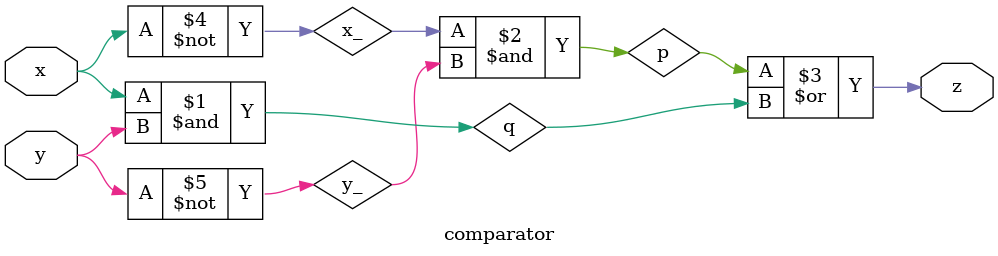
<source format=v>
module comparator 
(
    input wire x,
    input wire y,
    output wire z
);
wire x_,y_,p,q;
not(x_,x);   
not(y_,y);   
and(q,x,y);
and(p,x_,y_);
or(z,p,q);

endmodule
</source>
